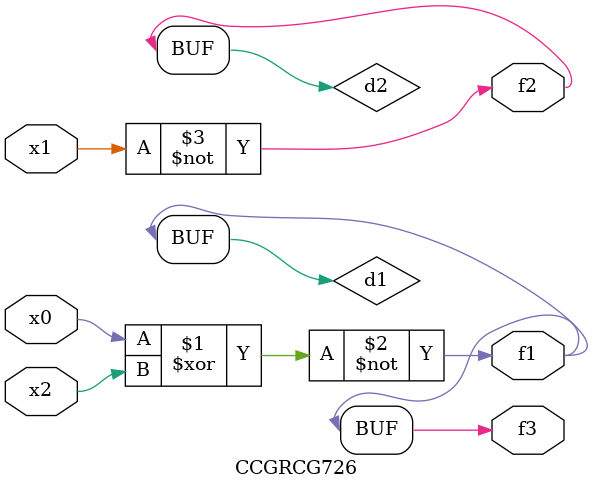
<source format=v>
module CCGRCG726(
	input x0, x1, x2,
	output f1, f2, f3
);

	wire d1, d2, d3;

	xnor (d1, x0, x2);
	nand (d2, x1);
	nor (d3, x1, x2);
	assign f1 = d1;
	assign f2 = d2;
	assign f3 = d1;
endmodule

</source>
